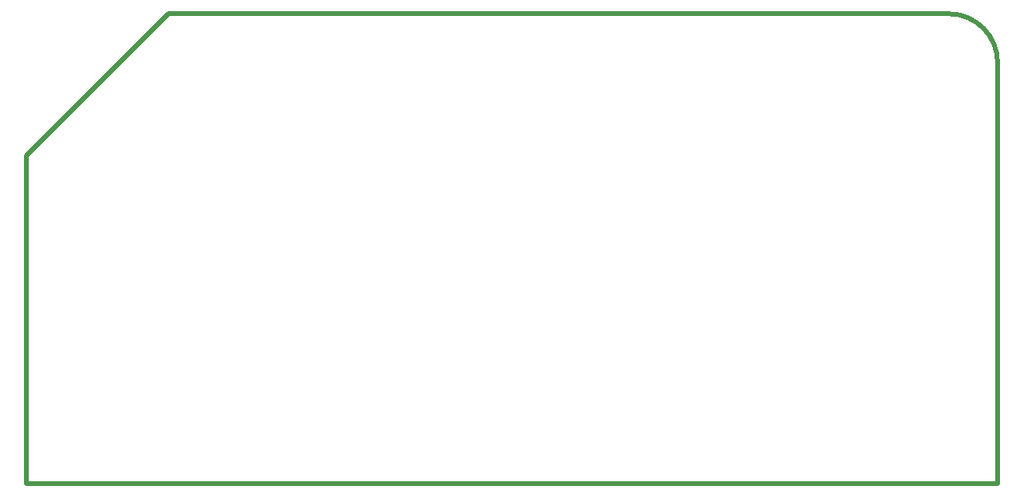
<source format=gbr>
%TF.GenerationSoftware,KiCad,Pcbnew,8.0.4*%
%TF.CreationDate,2024-07-26T11:17:42-07:00*%
%TF.ProjectId,ZORO,5a4f524f-2e6b-4696-9361-645f70636258,0*%
%TF.SameCoordinates,Original*%
%TF.FileFunction,Profile,NP*%
%FSLAX46Y46*%
G04 Gerber Fmt 4.6, Leading zero omitted, Abs format (unit mm)*
G04 Created by KiCad (PCBNEW 8.0.4) date 2024-07-26 11:17:42*
%MOMM*%
%LPD*%
G01*
G04 APERTURE LIST*
%TA.AperFunction,Profile*%
%ADD10C,0.500000*%
%TD*%
G04 APERTURE END LIST*
D10*
X97729800Y49860200D02*
G75*
G02*
X102909820Y44680200I20J-5180000D01*
G01*
X0Y34848800D02*
X0Y0D01*
X15011400Y49860200D02*
X0Y34848800D01*
X102911400Y44680200D02*
X102911400Y0D01*
X0Y0D02*
X102911400Y0D01*
X97729800Y49860200D02*
X15011400Y49860200D01*
M02*

</source>
